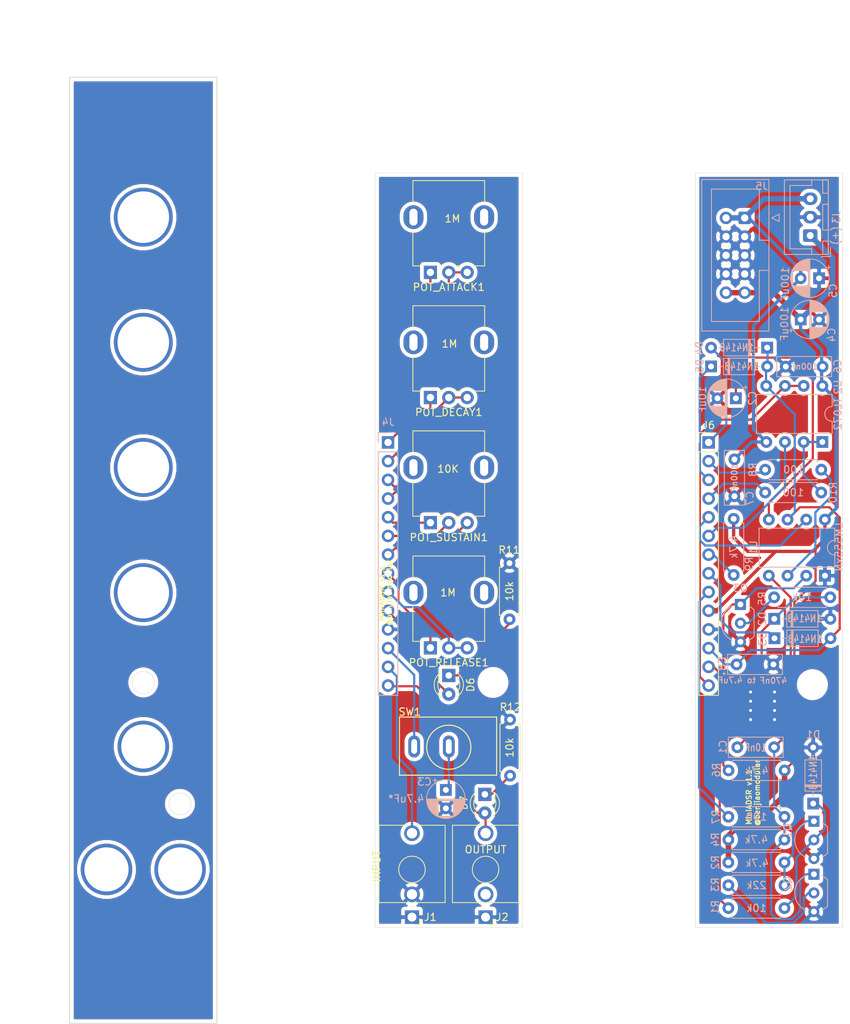
<source format=kicad_pcb>
(kicad_pcb (version 20171130) (host pcbnew 5.1.9+dfsg1-1~bpo10+1)
  (layers (0 F.Cu signal) (31 B.Cu signal) (34 B.Paste user hide) (35 F.Paste user hide) (36 B.SilkS user) (37 F.SilkS user) (38 B.Mask user) (39 F.Mask user) (44 Edge.Cuts user))
  (net 0 "")
  (net 1 "Net-(C1-Pad1)")
  (net 2 "Net-(C1-Pad2)")
  (net 3 "Net-(C2-Pad1)")
  (net 4 GND2)
  (net 5 "Net-(C3-Pad1)")
  (net 6 +12V)
  (net 7 -12V)
  (net 8 "Net-(D1-Pad1)")
  (net 9 "Net-(Q1-Pad1)")
  (net 10 "Net-(Q2-Pad2)")
  (net 11 "Net-(Q3-Pad2)")
  (net 12 "Net-(Q3-Pad1)")
  (net 13 "Net-(R8-Pad1)")
  (net 14 "Net-(R10-Pad1)")
  (net 15 "Net-(D6-Pad1)")
  (net 16 "Net-(D7-Pad1)")
  (net 17 B4)
  (net 18 B5)
  (net 19 A_VCC)
  (net 20 A2)
  (net 21 GND1)
  (net 22 A1)
  (net 23 A3)
  (net 24 A4)
  (net 25 A5)
  (net 26 A6)
  (net 27 A7)
  (net 28 A8)
  (net 29 A9)
  (net 30 B1)
  (net 31 B2)
  (net 32 B3)
  (net 33 B6)
  (net 34 B7)
  (net 35 B8)
  (net 36 B9)
  (net 37 A10)
  (net 38 B10)
  (net 39 A11)
  (net 40 B11)
  (net 41 B12)
  (net 42 A12)
  (module Connector_IDC:IDC-Header_2x05_P2.54mm_Vertical (layer B.Cu) (at 141.7 59.1 180)
    (fp_text reference J5 (at -2.3 4.3) (layer B.SilkS) (effects (justify mirror)))
    (fp_text value IDC_BUS)
    (pad 1 thru_hole roundrect (at 0 0 180) (size 1.7 1.7) (drill 1) (layers *.Cu *.Mask) (roundrect_rratio 0.147059) (net 7 -12V))
    (pad 3 thru_hole circle (at 0 -2.54 180) (size 1.7 1.7) (drill 1) (layers *.Cu *.Mask) (net 4 GND2))
    (pad 5 thru_hole circle (at 0 -5.08 180) (size 1.7 1.7) (drill 1) (layers *.Cu *.Mask) (net 4 GND2))
    (pad 7 thru_hole circle (at 0 -7.62 180) (size 1.7 1.7) (drill 1) (layers *.Cu *.Mask) (net 4 GND2))
    (pad 9 thru_hole circle (at 0 -10.16 180) (size 1.7 1.7) (drill 1) (layers *.Cu *.Mask) (net 6 +12V))
    (pad 2 thru_hole circle (at 2.54 0 180) (size 1.7 1.7) (drill 1) (layers *.Cu *.Mask) (net 7 -12V))
    (pad 4 thru_hole circle (at 2.54 -2.54 180) (size 1.7 1.7) (drill 1) (layers *.Cu *.Mask) (net 4 GND2))
    (pad 6 thru_hole circle (at 2.54 -5.08 180) (size 1.7 1.7) (drill 1) (layers *.Cu *.Mask) (net 4 GND2))
    (pad 8 thru_hole circle (at 2.54 -7.62 180) (size 1.7 1.7) (drill 1) (layers *.Cu *.Mask) (net 4 GND2))
    (pad 10 thru_hole circle (at 2.54 -10.16 180) (size 1.7 1.7) (drill 1) (layers *.Cu *.Mask) (net 6 +12V))
  )
  (module Package_DIP:DIP-8_W7.62mm (layer B.Cu) (at 152.6 107.7 90)
    (fp_text reference U1 (at 3.8 -9.7 270) (layer B.SilkS) (effects (justify mirror)))
    (fp_text value LM555xN (at 3.9 1.9 90) (layer B.SilkS) (effects (justify mirror)))
    (pad 1 thru_hole rect (at 0 0 90) (size 1.6 1.6) (drill 0.8) (layers *.Cu *.Mask) (net 4 GND2))
    (pad 5 thru_hole oval (at 7.62 -7.62 90) (size 1.6 1.6) (drill 0.8) (layers *.Cu *.Mask) (net 3 "Net-(C2-Pad1)"))
    (pad 2 thru_hole oval (at 0 -2.54 90) (size 1.6 1.6) (drill 0.8) (layers *.Cu *.Mask) (net 12 "Net-(Q3-Pad1)"))
    (pad 6 thru_hole oval (at 7.62 -5.08 90) (size 1.6 1.6) (drill 0.8) (layers *.Cu *.Mask) (net 41 B12))
    (pad 3 thru_hole oval (at 0 -5.08 90) (size 1.6 1.6) (drill 0.8) (layers *.Cu *.Mask) (net 13 "Net-(R8-Pad1)"))
    (pad 7 thru_hole oval (at 7.62 -2.54 90) (size 1.6 1.6) (drill 0.8) (layers *.Cu *.Mask) (net 34 B7))
    (pad 4 thru_hole oval (at 0 -7.62 90) (size 1.6 1.6) (drill 0.8) (layers *.Cu *.Mask) (net 2 "Net-(C1-Pad2)"))
    (pad 8 thru_hole oval (at 7.62 0 90) (size 1.6 1.6) (drill 0.8) (layers *.Cu *.Mask) (net 6 +12V))
  )
  (module Resistor_THT:R_Axial_DIN0207_L6.3mm_D2.5mm_P7.62mm_Horizontal (layer B.Cu) (at 152.1 96.4 180)
    (fp_text reference R10 (at -1.6 0 270) (layer B.SilkS) (effects (justify mirror)))
    (fp_text value 100 (at 3.8 0) (layer B.SilkS) (effects (justify mirror)))
    (pad 2 thru_hole oval (at 7.62 0 180) (size 1.6 1.6) (drill 0.8) (layers *.Cu *.Mask) (net 33 B6))
    (pad 1 thru_hole circle (at 0 0 180) (size 1.6 1.6) (drill 0.8) (layers *.Cu *.Mask) (net 14 "Net-(R10-Pad1)"))
  )
  (module Diode_THT:D_DO-35_SOD27_P7.62mm_Horizontal (layer B.Cu) (at 137.13 79.28)
    (fp_text reference D5 (at -1.55 -0.05 270) (layer B.SilkS) (effects (justify mirror)))
    (fp_text value 1N4148 (at 4.15 0) (layer B.SilkS) (effects (font (size 1 0.8)) (justify mirror)))
    (pad 1 thru_hole rect (at 0 0) (size 1.6 1.6) (drill 0.8) (layers *.Cu *.Mask) (net 18 B5))
    (pad 2 thru_hole oval (at 7.62 0) (size 1.6 1.6) (drill 0.8) (layers *.Cu *.Mask) (net 41 B12))
  )
  (module Diode_THT:D_DO-35_SOD27_P7.62mm_Horizontal (layer B.Cu) (at 144.75 76.72 180)
    (fp_text reference D4 (at 9.225 -0.1 270) (layer B.SilkS) (effects (justify mirror)))
    (fp_text value 1N4148 (at 4.135 0.01) (layer B.SilkS) (effects (font (size 1 0.8)) (justify mirror)))
    (pad 1 thru_hole rect (at 0 0 180) (size 1.6 1.6) (drill 0.8) (layers *.Cu *.Mask) (net 41 B12))
    (pad 2 thru_hole oval (at 7.62 0 180) (size 1.6 1.6) (drill 0.8) (layers *.Cu *.Mask) (net 32 B3))
  )
  (module Package_TO_SOT_THT:TO-92_Inline_Wide (layer B.Cu) (at 141.12 111.6 270)
    (fp_text reference Q3 (at -2.2 0 180) (layer B.SilkS) (effects (justify mirror)))
    (fp_text value BC547)
    (pad 1 thru_hole rect (at 0 0 270) (size 1.5 1.5) (drill 0.8) (layers *.Cu *.Mask) (net 12 "Net-(Q3-Pad1)"))
    (pad 3 thru_hole circle (at 5.08 0 270) (size 1.5 1.5) (drill 0.8) (layers *.Cu *.Mask) (net 4 GND2))
    (pad 2 thru_hole circle (at 2.54 0 270) (size 1.5 1.5) (drill 0.8) (layers *.Cu *.Mask) (net 11 "Net-(Q3-Pad2)"))
  )
  (module Resistor_THT:R_Axial_DIN0207_L6.3mm_D2.5mm_P7.62mm_Horizontal (layer B.Cu) (at 153.315 110.635 180)
    (fp_text reference R5 (at 9.225 -0.175 270) (layer B.SilkS) (effects (justify mirror)))
    (fp_text value 10k (at 3.81 0) (layer B.SilkS) (effects (justify mirror)))
    (pad 1 thru_hole circle (at 0 0 180) (size 1.6 1.6) (drill 0.8) (layers *.Cu *.Mask) (net 1 "Net-(C1-Pad1)"))
    (pad 2 thru_hole oval (at 7.62 0 180) (size 1.6 1.6) (drill 0.8) (layers *.Cu *.Mask) (net 11 "Net-(Q3-Pad2)"))
  )
  (module Diode_THT:D_DO-35_SOD27_P7.62mm_Horizontal (layer B.Cu) (at 145.715 113.56)
    (fp_text reference D2 (at -1.625 0 90) (layer B.SilkS) (effects (justify mirror)))
    (fp_text value 1N4148 (at 4.125 -0.05 180) (layer B.SilkS) (effects (font (size 1 0.8)) (justify mirror)))
    (pad 1 thru_hole rect (at 0 0) (size 1.6 1.6) (drill 0.8) (layers *.Cu *.Mask) (net 1 "Net-(C1-Pad1)"))
    (pad 2 thru_hole oval (at 7.62 0) (size 1.6 1.6) (drill 0.8) (layers *.Cu *.Mask) (net 4 GND2))
  )
  (module Diode_THT:D_DO-35_SOD27_P7.62mm_Horizontal (layer B.Cu) (at 145.74 116.2)
    (fp_text reference D3 (at -1.6 0.1 90) (layer B.SilkS) (effects (justify mirror)))
    (fp_text value 1N4148 (at 4.15 0.1) (layer B.SilkS) (effects (font (size 1 0.8)) (justify mirror)))
    (pad 2 thru_hole oval (at 7.62 0) (size 1.6 1.6) (drill 0.8) (layers *.Cu *.Mask) (net 41 B12))
    (pad 1 thru_hole rect (at 0 0) (size 1.6 1.6) (drill 0.8) (layers *.Cu *.Mask) (net 38 B10))
  )
  (module benjiaomodular:Capacitor_Rect_L7.2mm_W2.5mm_P5.00mm (layer B.Cu) (at 145.6 119.75 180)
    (fp_text reference C8 (at 6.95 0.1 270) (layer B.SilkS) (effects (justify mirror)))
    (fp_text value 470nF (at 0 -2.2 180) (layer B.SilkS) (effects (font (size 0.8 0.8)) (justify mirror)))
    (pad 2 thru_hole circle (at 5 0 180) (size 1.6 1.6) (drill 0.8) (layers *.Cu *.Mask) (net 41 B12))
    (pad 1 thru_hole circle (at 0 0 180) (size 1.6 1.6) (drill 0.8) (layers *.Cu *.Mask) (net 4 GND2))
  )
  (module Package_TO_SOT_THT:TO-92_Inline_Wide (layer B.Cu) (at 151.1 141.05 270)
    (fp_text reference Q1 (at 1.27 3.56 90) (layer B.SilkS) (effects (justify mirror)))
    (fp_text value BC547)
    (pad 1 thru_hole rect (at 0 0 270) (size 1.5 1.5) (drill 0.8) (layers *.Cu *.Mask) (net 9 "Net-(Q1-Pad1)"))
    (pad 3 thru_hole circle (at 5.08 0 270) (size 1.5 1.5) (drill 0.8) (layers *.Cu *.Mask) (net 4 GND2))
    (pad 2 thru_hole circle (at 2.54 0 270) (size 1.5 1.5) (drill 0.8) (layers *.Cu *.Mask) (net 8 "Net-(D1-Pad1)"))
  )
  (module Package_TO_SOT_THT:TO-92_Inline_Wide (layer B.Cu) (at 151.1 148.25 270)
    (fp_text reference Q2 (at 1.27 3.56 90) (layer B.SilkS) (effects (justify mirror)))
    (fp_text value BC547)
    (pad 1 thru_hole rect (at 0 0 270) (size 1.5 1.5) (drill 0.8) (layers *.Cu *.Mask) (net 2 "Net-(C1-Pad2)"))
    (pad 3 thru_hole circle (at 5.08 0 270) (size 1.5 1.5) (drill 0.8) (layers *.Cu *.Mask) (net 4 GND2))
    (pad 2 thru_hole circle (at 2.54 0 270) (size 1.5 1.5) (drill 0.8) (layers *.Cu *.Mask) (net 10 "Net-(Q2-Pad2)"))
  )
  (module Capacitor_THT:C_Rect_L7.2mm_W2.5mm_P5.00mm_FKS2_FKP2_MKS2_MKP2 (layer B.Cu) (at 140.7 131)
    (fp_text reference C1 (at -1.95 0 90) (layer B.SilkS) (effects (justify mirror)))
    (fp_text value 10nF (at 2.5 0.05 180) (layer B.SilkS) (effects (font (size 1 0.8)) (justify mirror)))
    (pad 1 thru_hole circle (at 0 0) (size 1.6 1.6) (drill 0.8) (layers *.Cu *.Mask) (net 1 "Net-(C1-Pad1)"))
    (pad 2 thru_hole circle (at 5 0) (size 1.6 1.6) (drill 0.8) (layers *.Cu *.Mask) (net 2 "Net-(C1-Pad2)"))
  )
  (module Capacitor_THT:C_Rect_L7.2mm_W2.5mm_P5.00mm_FKS2_FKP2_MKS2_MKP2 (layer B.Cu) (at 140.3 96.9 90)
    (fp_text reference C7 (at -0.3 2.1 90) (layer B.SilkS) (effects (justify mirror)))
    (fp_text value 100nF (at 2.5 0 90) (layer B.SilkS) (effects (font (size 0.8 0.8)) (justify mirror)))
    (pad 1 thru_hole circle (at 0 0 90) (size 1.6 1.6) (drill 0.8) (layers *.Cu *.Mask) (net 4 GND2))
    (pad 2 thru_hole circle (at 5 0 90) (size 1.6 1.6) (drill 0.8) (layers *.Cu *.Mask) (net 7 -12V))
  )
  (module Package_DIP:DIP-8_W7.62mm (layer B.Cu) (at 152.25 89.54 90)
    (fp_text reference U2 (at 7.45 2.125 90) (layer B.SilkS) (effects (justify mirror)))
    (fp_text value TL072 (at 3.8 2.1 90) (layer B.SilkS) (effects (justify mirror)))
    (pad 8 thru_hole oval (at 7.62 0 90) (size 1.6 1.6) (drill 0.8) (layers *.Cu *.Mask) (net 6 +12V))
    (pad 4 thru_hole oval (at 0 -7.62 90) (size 1.6 1.6) (drill 0.8) (layers *.Cu *.Mask) (net 7 -12V))
    (pad 7 thru_hole oval (at 7.62 -2.54 90) (size 1.6 1.6) (drill 0.8) (layers *.Cu *.Mask) (net 31 B2))
    (pad 3 thru_hole oval (at 0 -5.08 90) (size 1.6 1.6) (drill 0.8) (layers *.Cu *.Mask) (net 35 B8))
    (pad 6 thru_hole oval (at 7.62 -5.08 90) (size 1.6 1.6) (drill 0.8) (layers *.Cu *.Mask) (net 31 B2))
    (pad 2 thru_hole oval (at 0 -2.54 90) (size 1.6 1.6) (drill 0.8) (layers *.Cu *.Mask) (net 14 "Net-(R10-Pad1)"))
    (pad 5 thru_hole oval (at 7.62 -7.62 90) (size 1.6 1.6) (drill 0.8) (layers *.Cu *.Mask) (net 41 B12))
    (pad 1 thru_hole rect (at 0 0 90) (size 1.6 1.6) (drill 0.8) (layers *.Cu *.Mask) (net 14 "Net-(R10-Pad1)"))
  )
  (module benjiaomodular:PanelHole_ToggleSwitch_MTS-101 (layer F.Cu) (at 60 130.9)
    (fp_text reference REF** hide)
    (fp_text value PanelHole_ToggleSwitch_MTS-101)
    (pad 1 thru_hole circle (at 0 0 270) (size 7 7) (drill 6) (layers *.Cu *.Mask))
  )
  (module benjiaomodular:ToggleSwitch_MTS-101_SPST (layer F.Cu) (at 101.5 131 90)
    (fp_text reference SW1 (at 4.8 -5.3 180) (layer F.SilkS))
    (fp_text value SW_DIP_x01)
    (pad 2 thru_hole oval (at 0.1 0 90) (size 3 1.6) (drill oval 2 0.8) (layers *.Cu *.Mask) (net 5 "Net-(C3-Pad1)"))
    (pad 1 thru_hole oval (at 0.1 -4.7 90) (size 3 1.6) (drill oval 2 0.8) (layers *.Cu *.Mask) (net 42 A12))
  )
  (module benjiaomodular:Potentiometer_RV09 (layer F.Cu) (at 99 117.5 90)
    (fp_text reference POT_RELEASE1 (at -2 2.5 180) (layer F.SilkS))
    (fp_text value 1M)
    (fp_text user 1M (at 7.5 2.4) (layer F.SilkS))
    (pad 1 thru_hole rect (at 0 0 180) (size 1.8 1.8) (drill 1) (layers *.Cu *.Mask) (net 37 A10))
    (pad 3 thru_hole circle (at 0 5 180) (size 1.8 1.8) (drill 1) (layers *.Cu *.Mask) (net 39 A11))
    (pad 2 thru_hole circle (at 0 2.5 180) (size 1.8 1.8) (drill 1) (layers *.Cu *.Mask) (net 39 A11))
    (pad "" thru_hole oval (at 7.5 7.3 180) (size 2.72 3.24) (drill oval 1.1 2.3) (layers *.Cu *.Mask))
    (pad "" thru_hole oval (at 7.5 -2.3 180) (size 2.72 3.24) (drill oval 1.1 2.3) (layers *.Cu *.Mask))
  )
  (module benjiaomodular:PanelHole_AudioJack_3.5mm (layer F.Cu) (at 55 154.1 180)
    (fp_text reference REF** hide)
    (fp_text value PanelHole_AudioJack_3.5mm hide)
    (pad "" thru_hole circle (at 0 6.5) (size 7 7) (drill 6) (layers *.Cu *.Mask))
  )
  (module Diode_THT:D_DO-35_SOD27_P7.62mm_Horizontal (layer B.Cu) (at 151 138.65 90)
    (fp_text reference D1 (at 9.35 0 180) (layer B.SilkS) (effects (justify mirror)))
    (fp_text value 1N4148 (at 4.2 0 270) (layer B.SilkS) (effects (font (size 1 0.8)) (justify mirror)))
    (pad 2 thru_hole oval (at 7.62 0 90) (size 1.6 1.6) (drill 0.8) (layers *.Cu *.Mask) (net 4 GND2))
    (pad 1 thru_hole rect (at 0 0 90) (size 1.6 1.6) (drill 0.8) (layers *.Cu *.Mask) (net 8 "Net-(D1-Pad1)"))
  )
  (module Capacitor_THT:CP_Radial_D5.0mm_P2.50mm (layer B.Cu) (at 140.5 83.6 180)
    (fp_text reference C2 (at -2.25 0 270) (layer B.SilkS) (effects (justify mirror)))
    (fp_text value 10uF (at 4.55 -0.2 270) (layer B.SilkS) (effects (justify mirror)))
    (pad 2 thru_hole circle (at 2.5 0 180) (size 1.6 1.6) (drill 0.8) (layers *.Cu *.Mask) (net 4 GND2))
    (pad 1 thru_hole rect (at 0 0 180) (size 1.6 1.6) (drill 0.8) (layers *.Cu *.Mask) (net 3 "Net-(C2-Pad1)"))
  )
  (module Connector_PinHeader_2.54mm:PinHeader_1x14_P2.54mm_Vertical (layer F.Cu) (at 136.8 89.6)
    (fp_text reference J6 (at 0 -2.33) (layer F.SilkS))
    (fp_text value MainBoard_Pins)
    (pad 1 thru_hole rect (at 0 0) (size 1.7 1.7) (drill 1) (layers *.Cu *.Mask) (net 32 B3))
    (pad 2 thru_hole oval (at 0 2.54) (size 1.7 1.7) (drill 1) (layers *.Cu *.Mask) (net 17 B4))
    (pad 3 thru_hole oval (at 0 5.08) (size 1.7 1.7) (drill 1) (layers *.Cu *.Mask) (net 18 B5))
    (pad 4 thru_hole oval (at 0 7.62) (size 1.7 1.7) (drill 1) (layers *.Cu *.Mask) (net 33 B6))
    (pad 5 thru_hole oval (at 0 10.16) (size 1.7 1.7) (drill 1) (layers *.Cu *.Mask) (net 34 B7))
    (pad 6 thru_hole oval (at 0 12.7) (size 1.7 1.7) (drill 1) (layers *.Cu *.Mask) (net 35 B8))
    (pad 7 thru_hole oval (at 0 15.24) (size 1.7 1.7) (drill 1) (layers *.Cu *.Mask) (net 36 B9))
    (pad 8 thru_hole oval (at 0 17.78) (size 1.7 1.7) (drill 1) (layers *.Cu *.Mask) (net 38 B10))
    (pad 9 thru_hole oval (at 0 20.32) (size 1.7 1.7) (drill 1) (layers *.Cu *.Mask) (net 40 B11))
    (pad 10 thru_hole oval (at 0 22.86) (size 1.7 1.7) (drill 1) (layers *.Cu *.Mask) (net 6 +12V))
    (pad 11 thru_hole oval (at 0 25.4) (size 1.7 1.7) (drill 1) (layers *.Cu *.Mask) (net 4 GND2))
    (pad 12 thru_hole oval (at 0 27.94) (size 1.7 1.7) (drill 1) (layers *.Cu *.Mask) (net 41 B12))
    (pad 13 thru_hole oval (at 0 30.48) (size 1.7 1.7) (drill 1) (layers *.Cu *.Mask) (net 30 B1))
    (pad 14 thru_hole oval (at 0 33.02) (size 1.7 1.7) (drill 1) (layers *.Cu *.Mask) (net 31 B2))
  )
  (module Resistor_THT:R_Axial_DIN0207_L6.3mm_D2.5mm_P7.62mm_Horizontal (layer B.Cu) (at 147.1 149.75 180)
    (fp_text reference R3 (at 9.4 0.1 270) (layer B.SilkS) (effects (justify mirror)))
    (fp_text value 22k (at 3.8 0) (layer B.SilkS) (effects (justify mirror)))
    (pad 1 thru_hole circle (at 0 0 180) (size 1.6 1.6) (drill 0.8) (layers *.Cu *.Mask) (net 9 "Net-(Q1-Pad1)"))
    (pad 2 thru_hole oval (at 7.62 0 180) (size 1.6 1.6) (drill 0.8) (layers *.Cu *.Mask) (net 10 "Net-(Q2-Pad2)"))
  )
  (module Resistor_THT:R_Axial_DIN0207_L6.3mm_D2.5mm_P7.62mm_Horizontal (layer B.Cu) (at 147.1 152.85 180)
    (fp_text reference R1 (at 9.4 0.1 270) (layer B.SilkS) (effects (justify mirror)))
    (fp_text value 10k (at 3.8 0) (layer B.SilkS) (effects (justify mirror)))
    (pad 1 thru_hole circle (at 0 0 180) (size 1.6 1.6) (drill 0.8) (layers *.Cu *.Mask) (net 8 "Net-(D1-Pad1)"))
    (pad 2 thru_hole oval (at 7.62 0 180) (size 1.6 1.6) (drill 0.8) (layers *.Cu *.Mask) (net 30 B1))
  )
  (module Resistor_THT:R_Axial_DIN0207_L6.3mm_D2.5mm_P7.62mm_Horizontal (layer B.Cu) (at 140.2 107.6 90)
    (fp_text reference R9 (at 1.5 2.1 270) (layer B.SilkS) (effects (justify mirror)))
    (fp_text value 4.7k (at 3.81 0 90) (layer B.SilkS) (effects (justify mirror)))
    (pad 2 thru_hole oval (at 7.62 0 90) (size 1.6 1.6) (drill 0.8) (layers *.Cu *.Mask) (net 6 +12V))
    (pad 1 thru_hole circle (at 0 0 90) (size 1.6 1.6) (drill 0.8) (layers *.Cu *.Mask) (net 36 B9))
  )
  (module MountingHole:MountingHole_3.2mm_M3 (layer B.Cu) (at 150.9 122.5)
    (fp_text reference REF** hide)
    (fp_text value MountingHole_3.2mm_M3)
    (pad 1 np_thru_hole circle (at 0 0) (size 3.2 3.2) (drill 3.2) (layers *.Cu *.Mask))
  )
  (module MountingHole:MountingHole_3.2mm_M3 (layer F.Cu) (at 107.5 122.2)
    (fp_text reference REF** hide)
    (fp_text value MountingHole_3.2mm_M3)
    (pad 1 np_thru_hole circle (at 0 0) (size 3.2 3.2) (drill 3.2) (layers *.Cu *.Mask))
  )
  (module benjiaomodular:AudioJack_3.5mm (layer F.Cu) (at 96.5 154.08 180)
    (fp_text reference J1 (at -2.5 0) (layer F.SilkS))
    (fp_text value INPUT (at 4.8 6.9 90) (layer F.SilkS))
    (pad S thru_hole rect (at 0 0) (size 1.93 1.83) (drill 1.22) (layers *.Cu *.Mask) (net 21 GND1))
    (pad TN thru_hole circle (at 0 3.1) (size 2.13 2.13) (drill 1.42) (layers *.Cu *.Mask) (net 21 GND1))
    (pad T thru_hole circle (at 0 11.4) (size 2.13 2.13) (drill 1.43) (layers *.Cu *.Mask) (net 22 A1))
  )
  (module Resistor_THT:R_Axial_DIN0207_L6.3mm_D2.5mm_P7.62mm_Horizontal (layer F.Cu) (at 109.825 127.25 270)
    (fp_text reference R12 (at -1.7 -0.05) (layer F.SilkS))
    (fp_text value 10k (at 3.8 0.05 90) (layer F.SilkS))
    (pad 1 thru_hole circle (at 0 0 270) (size 1.6 1.6) (drill 0.8) (layers *.Cu *.Mask) (net 21 GND1))
    (pad 2 thru_hole oval (at 7.62 0 270) (size 1.6 1.6) (drill 0.8) (layers *.Cu *.Mask) (net 16 "Net-(D7-Pad1)"))
  )
  (module Resistor_THT:R_Axial_DIN0207_L6.3mm_D2.5mm_P7.62mm_Horizontal (layer F.Cu) (at 109.75 106 270)
    (fp_text reference R11 (at -1.8 0.05 180) (layer F.SilkS))
    (fp_text value 10k (at 3.81 0 90) (layer F.SilkS))
    (pad 2 thru_hole oval (at 7.62 0 270) (size 1.6 1.6) (drill 0.8) (layers *.Cu *.Mask) (net 15 "Net-(D6-Pad1)"))
    (pad 1 thru_hole circle (at 0 0 270) (size 1.6 1.6) (drill 0.8) (layers *.Cu *.Mask) (net 21 GND1))
  )
  (module Resistor_THT:R_Axial_DIN0207_L6.3mm_D2.5mm_P7.62mm_Horizontal (layer B.Cu) (at 152.1 93.3 180)
    (fp_text reference R8 (at 9.3 0 270) (layer B.SilkS) (effects (justify mirror)))
    (fp_text value 100 (at 3.75 0) (layer B.SilkS) (effects (justify mirror)))
    (pad 1 thru_hole circle (at 0 0 180) (size 1.6 1.6) (drill 0.8) (layers *.Cu *.Mask) (net 13 "Net-(R8-Pad1)"))
    (pad 2 thru_hole oval (at 7.62 0 180) (size 1.6 1.6) (drill 0.8) (layers *.Cu *.Mask) (net 17 B4))
  )
  (module Resistor_THT:R_Axial_DIN0207_L6.3mm_D2.5mm_P7.62mm_Horizontal (layer B.Cu) (at 147.1 140.45 180)
    (fp_text reference R7 (at 9.3 0 270) (layer B.SilkS) (effects (justify mirror)))
    (fp_text value 100 (at 3.81 0) (layer B.SilkS) (effects (justify mirror)))
    (pad 1 thru_hole circle (at 0 0 180) (size 1.6 1.6) (drill 0.8) (layers *.Cu *.Mask) (net 2 "Net-(C1-Pad2)"))
    (pad 2 thru_hole oval (at 7.62 0 180) (size 1.6 1.6) (drill 0.8) (layers *.Cu *.Mask) (net 40 B11))
  )
  (module Resistor_THT:R_Axial_DIN0207_L6.3mm_D2.5mm_P7.62mm_Horizontal (layer B.Cu) (at 139.5 134.15)
    (fp_text reference R6 (at -1.65 -0.05 270) (layer B.SilkS) (effects (justify mirror)))
    (fp_text value 4.7k (at 3.85 0.05) (layer B.SilkS) (effects (justify mirror)))
    (pad 2 thru_hole oval (at 7.62 0) (size 1.6 1.6) (drill 0.8) (layers *.Cu *.Mask) (net 6 +12V))
    (pad 1 thru_hole circle (at 0 0) (size 1.6 1.6) (drill 0.8) (layers *.Cu *.Mask) (net 12 "Net-(Q3-Pad1)"))
  )
  (module Resistor_THT:R_Axial_DIN0207_L6.3mm_D2.5mm_P7.62mm_Horizontal (layer B.Cu) (at 147.1 143.55 180)
    (fp_text reference R4 (at 9.4 0 270) (layer B.SilkS) (effects (justify mirror)))
    (fp_text value 4.7k (at 3.81 0) (layer B.SilkS) (effects (justify mirror)))
    (pad 2 thru_hole oval (at 7.62 0 180) (size 1.6 1.6) (drill 0.8) (layers *.Cu *.Mask) (net 6 +12V))
    (pad 1 thru_hole circle (at 0 0 180) (size 1.6 1.6) (drill 0.8) (layers *.Cu *.Mask) (net 2 "Net-(C1-Pad2)"))
  )
  (module Resistor_THT:R_Axial_DIN0207_L6.3mm_D2.5mm_P7.62mm_Horizontal (layer B.Cu) (at 147.1 146.65 180)
    (fp_text reference R2 (at 9.4 0 270) (layer B.SilkS) (effects (justify mirror)))
    (fp_text value 4.7k (at 3.7 -0.1) (layer B.SilkS) (effects (justify mirror)))
    (pad 2 thru_hole oval (at 7.62 0 180) (size 1.6 1.6) (drill 0.8) (layers *.Cu *.Mask) (net 6 +12V))
    (pad 1 thru_hole circle (at 0 0 180) (size 1.6 1.6) (drill 0.8) (layers *.Cu *.Mask) (net 9 "Net-(Q1-Pad1)"))
  )
  (module benjiaomodular:PanelHole_Potentiometer_RV09 (layer F.Cu) (at 57.5 117.5 90)
    (fp_text reference REF** hide)
    (fp_text value PanelHole_Potentiometer_RV09 hide)
    (pad "" thru_hole circle (at 7.5 2.5 180) (size 8 8) (drill 7) (layers *.Cu *.Mask))
  )
  (module benjiaomodular:PanelHole_Potentiometer_RV09 (layer F.Cu) (at 57.5 100.5 90)
    (fp_text reference REF** hide)
    (fp_text value PanelHole_Potentiometer_RV09 hide)
    (pad "" thru_hole circle (at 7.5 2.5 180) (size 8 8) (drill 7) (layers *.Cu *.Mask))
  )
  (module benjiaomodular:PanelHole_Potentiometer_RV09 (layer F.Cu) (at 57.5 83.5 90)
    (fp_text reference REF** hide)
    (fp_text value PanelHole_Potentiometer_RV09 hide)
    (pad "" thru_hole circle (at 7.5 2.5 180) (size 8 8) (drill 7) (layers *.Cu *.Mask))
  )
  (module benjiaomodular:PanelHole_Potentiometer_RV09 (layer F.Cu) (at 57.5 66.5 90)
    (fp_text reference REF** hide)
    (fp_text value PanelHole_Potentiometer_RV09 hide)
    (pad "" thru_hole circle (at 7.5 2.5 180) (size 8 8) (drill 7) (layers *.Cu *.Mask))
  )
  (module benjiaomodular:PanelHole_AudioJack_3.5mm (layer F.Cu) (at 65 154.1 180)
    (fp_text reference REF** hide)
    (fp_text value PanelHole_AudioJack_3.5mm hide)
    (pad "" thru_hole circle (at 0 6.5) (size 7 7) (drill 6) (layers *.Cu *.Mask))
  )
  (module Capacitor_THT:CP_Radial_D5.0mm_P2.50mm (layer B.Cu) (at 101.1 136.8 270)
    (fp_text reference C3 (at -1.1 2.9 180) (layer B.SilkS) (effects (justify mirror)))
    (fp_text value 4.7uF* (at 1.2 5.4 180) (layer B.SilkS) (effects (justify mirror)))
    (pad 1 thru_hole rect (at 0 0 270) (size 1.6 1.6) (drill 0.8) (layers *.Cu *.Mask) (net 5 "Net-(C3-Pad1)"))
    (pad 2 thru_hole circle (at 2.5 0 270) (size 1.6 1.6) (drill 0.8) (layers *.Cu *.Mask) (net 21 GND1))
  )
  (module Capacitor_THT:CP_Radial_D5.0mm_P2.50mm (layer B.Cu) (at 149.3 72.9)
    (fp_text reference C4 (at 4.2 2.1 270) (layer B.SilkS) (effects (justify mirror)))
    (fp_text value 100uF (at -2.2 0.6 90) (layer B.SilkS) (effects (justify mirror)))
    (pad 2 thru_hole circle (at 2.5 0) (size 1.6 1.6) (drill 0.8) (layers *.Cu *.Mask) (net 4 GND2))
    (pad 1 thru_hole rect (at 0 0) (size 1.6 1.6) (drill 0.8) (layers *.Cu *.Mask) (net 6 +12V))
  )
  (module Capacitor_THT:CP_Radial_D5.0mm_P2.50mm (layer B.Cu) (at 151.8 67.3 180)
    (fp_text reference C5 (at -1.9 -1.7 270) (layer B.SilkS) (effects (justify mirror)))
    (fp_text value 100uF (at 4.6 -0.8 90) (layer B.SilkS) (effects (justify mirror)))
    (pad 1 thru_hole rect (at 0 0 180) (size 1.6 1.6) (drill 0.8) (layers *.Cu *.Mask) (net 4 GND2))
    (pad 2 thru_hole circle (at 2.5 0 180) (size 1.6 1.6) (drill 0.8) (layers *.Cu *.Mask) (net 7 -12V))
  )
  (module Capacitor_THT:C_Rect_L7.2mm_W2.5mm_P5.00mm_FKS2_FKP2_MKS2_MKP2 (layer B.Cu) (at 152.275 79.3 180)
    (fp_text reference C6 (at -2.05 0.05 90) (layer B.SilkS) (effects (justify mirror)))
    (fp_text value 100nF (at 2.5 0) (layer B.SilkS) (effects (font (size 0.8 0.8)) (justify mirror)))
    (pad 2 thru_hole circle (at 5 0 180) (size 1.6 1.6) (drill 0.8) (layers *.Cu *.Mask) (net 4 GND2))
    (pad 1 thru_hole circle (at 0 0 180) (size 1.6 1.6) (drill 0.8) (layers *.Cu *.Mask) (net 6 +12V))
  )
  (module benjiaomodular:Potentiometer_RV09 (layer F.Cu) (at 99 66.5 90)
    (fp_text reference POT_ATTACK1 (at -2 2.5 180) (layer F.SilkS))
    (fp_text value 1M)
    (fp_text user 1M (at 7.3 3) (layer F.SilkS))
    (pad "" thru_hole oval (at 7.5 -2.3 180) (size 2.72 3.24) (drill oval 1.1 2.3) (layers *.Cu *.Mask))
    (pad "" thru_hole oval (at 7.5 7.3 180) (size 2.72 3.24) (drill oval 1.1 2.3) (layers *.Cu *.Mask))
    (pad 2 thru_hole circle (at 0 2.5 180) (size 1.8 1.8) (drill 1) (layers *.Cu *.Mask) (net 24 A4))
    (pad 3 thru_hole circle (at 0 5 180) (size 1.8 1.8) (drill 1) (layers *.Cu *.Mask) (net 24 A4))
    (pad 1 thru_hole rect (at 0 0 180) (size 1.8 1.8) (drill 1) (layers *.Cu *.Mask) (net 23 A3))
  )
  (module benjiaomodular:Potentiometer_RV09 (layer F.Cu) (at 99 83.5 90)
    (fp_text reference POT_DECAY1 (at -2 2.5 180) (layer F.SilkS))
    (fp_text value 1M)
    (fp_text user 1M (at 7.3 2.6) (layer F.SilkS))
    (pad "" thru_hole oval (at 7.5 -2.3 180) (size 2.72 3.24) (drill oval 1.1 2.3) (layers *.Cu *.Mask))
    (pad "" thru_hole oval (at 7.5 7.3 180) (size 2.72 3.24) (drill oval 1.1 2.3) (layers *.Cu *.Mask))
    (pad 2 thru_hole circle (at 0 2.5 180) (size 1.8 1.8) (drill 1) (layers *.Cu *.Mask) (net 26 A6))
    (pad 3 thru_hole circle (at 0 5 180) (size 1.8 1.8) (drill 1) (layers *.Cu *.Mask) (net 26 A6))
    (pad 1 thru_hole rect (at 0 0 180) (size 1.8 1.8) (drill 1) (layers *.Cu *.Mask) (net 25 A5))
  )
  (module benjiaomodular:Potentiometer_RV09 (layer F.Cu) (at 99 100.5 90)
    (fp_text reference POT_SUSTAIN1 (at -2 2.5 180) (layer F.SilkS))
    (fp_text value 10k)
    (fp_text user 10K (at 7.3 2.4) (layer F.SilkS))
    (pad 1 thru_hole rect (at 0 0 180) (size 1.8 1.8) (drill 1) (layers *.Cu *.Mask) (net 27 A7))
    (pad 3 thru_hole circle (at 0 5 180) (size 1.8 1.8) (drill 1) (layers *.Cu *.Mask) (net 29 A9))
    (pad 2 thru_hole circle (at 0 2.5 180) (size 1.8 1.8) (drill 1) (layers *.Cu *.Mask) (net 28 A8))
    (pad "" thru_hole oval (at 7.5 7.3 180) (size 2.72 3.24) (drill oval 1.1 2.3) (layers *.Cu *.Mask))
    (pad "" thru_hole oval (at 7.5 -2.3 180) (size 2.72 3.24) (drill oval 1.1 2.3) (layers *.Cu *.Mask))
  )
  (module LED_THT:LED_D3.0mm (layer F.Cu) (at 101.5 121.25 270)
    (fp_text reference D6 (at 1.27 -2.96 90) (layer F.SilkS))
    (fp_text value PWR_LED)
    (pad 2 thru_hole circle (at 2.54 0 270) (size 1.8 1.8) (drill 0.9) (layers *.Cu *.Mask) (net 19 A_VCC))
    (pad 1 thru_hole rect (at 0 0 270) (size 1.8 1.8) (drill 0.9) (layers *.Cu *.Mask) (net 15 "Net-(D6-Pad1)"))
  )
  (module LED_THT:LED_D3.0mm (layer F.Cu) (at 106.4 137.4 270)
    (fp_text reference D7 (at 1.15 2.85 90) (layer F.SilkS))
    (fp_text value OUTPUT_LED)
    (pad 1 thru_hole rect (at 0 0 270) (size 1.8 1.8) (drill 0.9) (layers *.Cu *.Mask) (net 16 "Net-(D7-Pad1)"))
    (pad 2 thru_hole circle (at 2.54 0 270) (size 1.8 1.8) (drill 0.9) (layers *.Cu *.Mask) (net 20 A2))
  )
  (module benjiaomodular:AudioJack_3.5mm (layer F.Cu) (at 106.5 154.08 180)
    (fp_text reference J2 (at -2.25 0) (layer F.SilkS))
    (fp_text value OUTPUT (at 0 9.18 180) (layer F.SilkS))
    (pad S thru_hole rect (at 0 0) (size 1.93 1.83) (drill 1.22) (layers *.Cu *.Mask) (net 21 GND1))
    (pad TN thru_hole circle (at 0 3.1) (size 2.13 2.13) (drill 1.42) (layers *.Cu *.Mask))
    (pad T thru_hole circle (at 0 11.4) (size 2.13 2.13) (drill 1.43) (layers *.Cu *.Mask) (net 20 A2))
  )
  (module Connector_PinSocket_2.54mm:PinSocket_1x14_P2.54mm_Vertical (layer B.Cu) (at 93.25 89.6 180)
    (fp_text reference J4 (at 0 2.77) (layer B.SilkS) (effects (justify mirror)))
    (fp_text value ControlBoard_Pins)
    (pad 1 thru_hole rect (at 0 0 180) (size 1.7 1.7) (drill 1) (layers *.Cu *.Mask) (net 23 A3))
    (pad 2 thru_hole oval (at 0 -2.54 180) (size 1.7 1.7) (drill 1) (layers *.Cu *.Mask) (net 24 A4))
    (pad 3 thru_hole oval (at 0 -5.08 180) (size 1.7 1.7) (drill 1) (layers *.Cu *.Mask) (net 25 A5))
    (pad 4 thru_hole oval (at 0 -7.62 180) (size 1.7 1.7) (drill 1) (layers *.Cu *.Mask) (net 26 A6))
    (pad 5 thru_hole oval (at 0 -10.16 180) (size 1.7 1.7) (drill 1) (layers *.Cu *.Mask) (net 27 A7))
    (pad 6 thru_hole oval (at 0 -12.7 180) (size 1.7 1.7) (drill 1) (layers *.Cu *.Mask) (net 28 A8))
    (pad 7 thru_hole oval (at 0 -15.24 180) (size 1.7 1.7) (drill 1) (layers *.Cu *.Mask) (net 29 A9))
    (pad 8 thru_hole oval (at 0 -17.78 180) (size 1.7 1.7) (drill 1) (layers *.Cu *.Mask) (net 37 A10))
    (pad 9 thru_hole oval (at 0 -20.32 180) (size 1.7 1.7) (drill 1) (layers *.Cu *.Mask) (net 39 A11))
    (pad 10 thru_hole oval (at 0 -22.86 180) (size 1.7 1.7) (drill 1) (layers *.Cu *.Mask) (net 19 A_VCC))
    (pad 11 thru_hole oval (at 0 -25.4 180) (size 1.7 1.7) (drill 1) (layers *.Cu *.Mask) (net 21 GND1))
    (pad 12 thru_hole oval (at 0 -27.94 180) (size 1.7 1.7) (drill 1) (layers *.Cu *.Mask) (net 42 A12))
    (pad 13 thru_hole oval (at 0 -30.48 180) (size 1.7 1.7) (drill 1) (layers *.Cu *.Mask) (net 22 A1))
    (pad 14 thru_hole oval (at 0 -33.02 180) (size 1.7 1.7) (drill 1) (layers *.Cu *.Mask) (net 20 A2))
  )
  (module Connector_JST:JST_XH_B3B-XH-A_1x03_P2.50mm_Vertical (layer B.Cu) (at 150.6 61.5 90)
    (fp_text reference J3 (at 2.5 3.55 90) (layer B.SilkS) (effects (justify mirror)))
    (fp_text value JST_BUS)
    (pad 1 thru_hole roundrect (at 0 0 90) (size 1.7 1.95) (drill 0.95) (layers *.Cu *.Mask) (roundrect_rratio 0.147059) (net 6 +12V))
    (pad 2 thru_hole oval (at 2.5 0 90) (size 1.7 1.95) (drill 0.95) (layers *.Cu *.Mask) (net 4 GND2))
    (pad 3 thru_hole oval (at 5 0 90) (size 1.7 1.95) (drill 0.95) (layers *.Cu *.Mask) (net 7 -12V))
  )
  (gr_line (start 139.1 121) (end 138.7 121) (layer B.SilkS) (width 0.12))
  (gr_line (start 138.9 121.1) (end 138.9 121.2) (layer B.SilkS) (width 0.12))
  (gr_line (start 138.9 120.8) (end 138.9 121.1) (layer B.SilkS) (width 0.12))
  (gr_text "to 4.7uF" (at 140.65 121.9) (layer B.SilkS) (effects (font (size 0.8 0.8)) (justify mirror)))
  (gr_text "(+)" (at 154 61.5 90) (layer B.SilkS) (effects (font (size 1 1)) (justify mirror)))
  (gr_text @benjiaomodular (at 143.39 137.18 90) (layer F.SilkS) (effects (font (size 0.7 0.7))))
  (gr_text "MiniADSR v1.1" (at 142.28 137.78 90) (layer F.SilkS) (effects (font (size 0.7 0.7))))
  (gr_text @benjiaomodular (at 93.4 110 90) (layer F.SilkS) (effects (font (size 0.7 0.7))))
  (gr_text "MiniADSR v1.1" (at 92.4 110.1 90) (layer F.SilkS) (effects (font (size 0.7 0.7))))
  (gr_circle (center 60 122.2) (end 61.5 122.2) (layer Edge.Cuts) (width 0.05))
  (gr_circle (center 64.98 138.7) (end 66.48 138.7) (layer Edge.Cuts) (width 0.05))
  (gr_line (start 135 155.5) (end 135 53) (layer Edge.Cuts) (width 0.05))
  (gr_line (start 155 155.5) (end 135 155.5) (layer Edge.Cuts) (width 0.05))
  (gr_line (start 155 53) (end 155 155.5) (layer Edge.Cuts) (width 0.05))
  (gr_line (start 135 53) (end 155 53) (layer Edge.Cuts) (width 0.05))
  (gr_line (start 91.5 155.5) (end 91.5 53) (layer Edge.Cuts) (width 0.05))
  (gr_line (start 111.5 155.5) (end 91.5 155.5) (layer Edge.Cuts) (width 0.05))
  (gr_line (start 111.5 53) (end 111.5 155.5) (layer Edge.Cuts) (width 0.05))
  (gr_line (start 91.5 53) (end 111.5 53) (layer Edge.Cuts) (width 0.05))
  (gr_line (start 70 40) (end 70 168.5) (layer Edge.Cuts) (width 0.1))
  (gr_line (start 50 40) (end 70 40) (layer Edge.Cuts) (width 0.1))
  (gr_line (start 50 168.5) (end 50 40) (layer Edge.Cuts) (width 0.1))
  (gr_line (start 70 168.5) (end 50 168.5) (layer Edge.Cuts) (width 0.1))
  (segment (start 148.64 110.635) (end 145.715 113.56) (width 0.3) (layer B.Cu) (net 1))
  (segment (start 153.315 110.635) (end 148.64 110.635) (width 0.3) (layer B.Cu) (net 1))
  (segment (start 145.715 113.56) (end 144 115.275) (width 0.3) (layer F.Cu) (net 1))
  (segment (start 144 127.7) (end 140.7 131) (width 0.3) (layer F.Cu) (net 1))
  (segment (start 144 115.275) (end 144 127.7) (width 0.3) (layer F.Cu) (net 1))
  (segment (start 145.3 153.625) (end 145.3 145.35) (width 0.3) (layer B.Cu) (net 2))
  (segment (start 148.1 154.35) (end 146.025 154.35) (width 0.3) (layer B.Cu) (net 2))
  (segment (start 149.224989 153.225011) (end 148.1 154.35) (width 0.3) (layer B.Cu) (net 2))
  (segment (start 149.224989 149.075011) (end 149.224989 153.225011) (width 0.3) (layer B.Cu) (net 2))
  (segment (start 150.05 148.25) (end 149.224989 149.075011) (width 0.3) (layer B.Cu) (net 2))
  (segment (start 146.025 154.35) (end 145.3 153.625) (width 0.3) (layer B.Cu) (net 2))
  (segment (start 145.3 145.35) (end 147.1 143.55) (width 0.3) (layer B.Cu) (net 2))
  (segment (start 151.1 148.25) (end 150.05 148.25) (width 0.3) (layer B.Cu) (net 2))
  (segment (start 147.1 143.55) (end 147.1 140.45) (width 0.3) (layer B.Cu) (net 2))
  (segment (start 145.7 139.05) (end 147.1 140.45) (width 0.3) (layer B.Cu) (net 2))
  (segment (start 145.7 131) (end 145.7 139.05) (width 0.3) (layer B.Cu) (net 2))
  (segment (start 147.95 110.67) (end 144.98 107.7) (width 0.3) (layer F.Cu) (net 2))
  (segment (start 147.95 128.75) (end 147.95 110.67) (width 0.3) (layer F.Cu) (net 2))
  (segment (start 145.7 131) (end 147.95 128.75) (width 0.3) (layer F.Cu) (net 2))
  (segment (start 150.95 91.8) (end 144.98 97.77) (width 0.3) (layer F.Cu) (net 3))
  (segment (start 141.164998 78.075) (end 148.027002 78.075) (width 0.3) (layer F.Cu) (net 3))
  (segment (start 140.5 78.739998) (end 141.164998 78.075) (width 0.3) (layer F.Cu) (net 3))
  (segment (start 150.95 80.997998) (end 150.95 91.8) (width 0.3) (layer F.Cu) (net 3))
  (segment (start 140.5 83.6) (end 140.5 78.739998) (width 0.3) (layer F.Cu) (net 3))
  (segment (start 148.027002 78.075) (end 150.95 80.997998) (width 0.3) (layer F.Cu) (net 3))
  (segment (start 144.98 97.77) (end 144.98 100.08) (width 0.3) (layer F.Cu) (net 3))
  (via (at 145.75 123.5) (size 0.8) (drill 0.4) (layers F.Cu B.Cu) (net 4))
  (via (at 145.75 124.75) (size 0.8) (drill 0.4) (layers F.Cu B.Cu) (net 4))
  (via (at 145.75 126) (size 0.8) (drill 0.4) (layers F.Cu B.Cu) (net 4))
  (via (at 145.75 127.25) (size 0.8) (drill 0.4) (layers F.Cu B.Cu) (net 4))
  (via (at 142.5 123.5) (size 0.8) (drill 0.4) (layers F.Cu B.Cu) (net 4))
  (via (at 142.5 124.75) (size 0.8) (drill 0.4) (layers F.Cu B.Cu) (net 4))
  (via (at 142.5 126) (size 0.8) (drill 0.4) (layers F.Cu B.Cu) (net 4))
  (via (at 142.5 127.25) (size 0.8) (drill 0.4) (layers F.Cu B.Cu) (net 4))
  (via (at 146.25 92) (size 0.8) (drill 0.4) (layers F.Cu B.Cu) (net 4))
  (segment (start 101.5 136.4) (end 101.1 136.8) (width 0.3) (layer B.Cu) (net 5))
  (segment (start 101.5 130.9) (end 101.5 136.4) (width 0.3) (layer B.Cu) (net 5))
  (segment (start 153.65 68.55) (end 149.3 72.9) (width 0.75) (layer B.Cu) (net 6))
  (segment (start 150.6 61.5) (end 153.65 64.55) (width 0.75) (layer B.Cu) (net 6))
  (segment (start 153.65 64.55) (end 153.65 68.55) (width 0.75) (layer B.Cu) (net 6))
  (segment (start 147.12 134.15) (end 147.12 137.35) (width 0.75) (layer F.Cu) (net 6))
  (segment (start 139.48 143.55) (end 139.48 146.65) (width 0.75) (layer F.Cu) (net 6))
  (segment (start 152.146 81.816) (end 152.25 81.92) (width 0.75) (layer B.Cu) (net 6))
  (segment (start 139.48 143.02) (end 139.48 143.55) (width 0.75) (layer F.Cu) (net 6))
  (segment (start 142.1 140.4) (end 139.48 143.02) (width 0.75) (layer F.Cu) (net 6))
  (segment (start 147.12 137.35) (end 147.12 137.48) (width 0.75) (layer F.Cu) (net 6))
  (segment (start 144.2 140.4) (end 142.1 140.4) (width 0.75) (layer F.Cu) (net 6))
  (segment (start 147.12 137.48) (end 144.2 140.4) (width 0.75) (layer F.Cu) (net 6))
  (segment (start 154.125008 83.795008) (end 154.125008 98.554992) (width 0.45) (layer B.Cu) (net 6))
  (segment (start 154.125008 98.554992) (end 152.6 100.08) (width 0.45) (layer B.Cu) (net 6))
  (segment (start 152.25 81.92) (end 154.125008 83.795008) (width 0.45) (layer B.Cu) (net 6))
  (segment (start 145.66 69.26) (end 149.3 72.9) (width 0.75) (layer F.Cu) (net 6))
  (segment (start 139.16 69.26) (end 145.66 69.26) (width 0.75) (layer F.Cu) (net 6))
  (segment (start 145.9 104.4) (end 137.84 112.46) (width 0.45) (layer F.Cu) (net 6))
  (segment (start 137.84 112.46) (end 136.8 112.46) (width 0.75) (layer F.Cu) (net 6))
  (segment (start 140.2 102.5) (end 140.2 99.98) (width 0.45) (layer F.Cu) (net 6))
  (segment (start 145.9 104.4) (end 142.1 104.4) (width 0.45) (layer F.Cu) (net 6))
  (segment (start 142.1 104.4) (end 140.2 102.5) (width 0.45) (layer F.Cu) (net 6))
  (segment (start 150.925 104.4) (end 145.9 104.4) (width 0.45) (layer F.Cu) (net 6))
  (segment (start 152.6 100.08) (end 152.6 102.725) (width 0.45) (layer F.Cu) (net 6))
  (segment (start 152.6 102.725) (end 150.925 104.4) (width 0.45) (layer F.Cu) (net 6))
  (segment (start 147.919999 133.350001) (end 147.12 134.15) (width 0.3) (layer F.Cu) (net 6))
  (segment (start 148.450011 132.819989) (end 147.919999 133.350001) (width 0.3) (layer F.Cu) (net 6))
  (segment (start 148.450011 111.299989) (end 148.450011 132.819989) (width 0.3) (layer F.Cu) (net 6))
  (segment (start 152.6 102.725) (end 151.325 104) (width 0.3) (layer F.Cu) (net 6))
  (segment (start 151.325 108.425) (end 148.450011 111.299989) (width 0.3) (layer F.Cu) (net 6))
  (segment (start 151.325 104) (end 151.325 108.425) (width 0.3) (layer F.Cu) (net 6))
  (segment (start 152.146 77.046) (end 152.146 81.816) (width 0.45) (layer B.Cu) (net 6))
  (segment (start 149.3 72.9) (end 149.3 74.2) (width 0.45) (layer B.Cu) (net 6))
  (segment (start 149.3 74.2) (end 152.146 77.046) (width 0.45) (layer B.Cu) (net 6))
  (segment (start 142.66 89.54) (end 140.3 91.9) (width 0.45) (layer B.Cu) (net 7))
  (segment (start 144.63 89.54) (end 142.66 89.54) (width 0.45) (layer B.Cu) (net 7))
  (segment (start 142.9 73.7) (end 149.3 67.3) (width 0.45) (layer B.Cu) (net 7))
  (segment (start 144.63 89.54) (end 142.9 87.81) (width 0.45) (layer B.Cu) (net 7))
  (segment (start 142.9 87.81) (end 142.9 73.7) (width 0.45) (layer B.Cu) (net 7))
  (segment (start 144.3 56.5) (end 141.7 59.1) (width 0.75) (layer B.Cu) (net 7))
  (segment (start 150.6 56.5) (end 144.3 56.5) (width 0.75) (layer B.Cu) (net 7))
  (segment (start 142.23137 59.1) (end 139.16 59.1) (width 0.75) (layer B.Cu) (net 7))
  (segment (start 149.3 66.16863) (end 142.23137 59.1) (width 0.45) (layer B.Cu) (net 7))
  (segment (start 149.3 67.3) (end 149.3 66.16863) (width 0.45) (layer B.Cu) (net 7))
  (segment (start 151.1 143.59) (end 148.724989 145.965011) (width 0.3) (layer B.Cu) (net 8))
  (segment (start 148.724989 145.965011) (end 148.724989 151.225011) (width 0.3) (layer B.Cu) (net 8))
  (segment (start 148.724989 151.225011) (end 147.1 152.85) (width 0.3) (layer B.Cu) (net 8))
  (segment (start 152.6 142.09) (end 151.1 143.59) (width 0.3) (layer B.Cu) (net 8))
  (segment (start 151 138.65) (end 151.53 138.65) (width 0.3) (layer B.Cu) (net 8))
  (segment (start 152.6 139.72) (end 152.6 142.09) (width 0.3) (layer B.Cu) (net 8))
  (segment (start 151.53 138.65) (end 152.6 139.72) (width 0.3) (layer B.Cu) (net 8))
  (segment (start 147.1 146.65) (end 147.1 149.75) (width 0.3) (layer B.Cu) (net 9))
  (segment (start 148.250001 145.499999) (end 147.1 146.65) (width 0.3) (layer B.Cu) (net 9))
  (segment (start 148.250001 142.849999) (end 148.250001 145.499999) (width 0.3) (layer B.Cu) (net 9))
  (segment (start 150.05 141.05) (end 148.250001 142.849999) (width 0.3) (layer B.Cu) (net 9))
  (segment (start 151.1 141.05) (end 150.05 141.05) (width 0.3) (layer B.Cu) (net 9))
  (segment (start 144.580011 154.850011) (end 139.48 149.75) (width 0.3) (layer B.Cu) (net 10))
  (segment (start 148.307111 154.850011) (end 144.580011 154.850011) (width 0.3) (layer B.Cu) (net 10))
  (segment (start 149.724999 153.432123) (end 148.307111 154.850011) (width 0.3) (layer B.Cu) (net 10))
  (segment (start 151.1 150.79) (end 150.36 150.79) (width 0.3) (layer B.Cu) (net 10))
  (segment (start 149.724999 151.425001) (end 149.724999 153.432123) (width 0.3) (layer B.Cu) (net 10))
  (segment (start 150.36 150.79) (end 149.724999 151.425001) (width 0.3) (layer B.Cu) (net 10))
  (segment (start 142.19 114.14) (end 141.12 114.14) (width 0.3) (layer B.Cu) (net 11))
  (segment (start 145.695 110.635) (end 142.19 114.14) (width 0.3) (layer B.Cu) (net 11))
  (segment (start 139.5 134.15) (end 138.8 133.45) (width 0.3) (layer F.Cu) (net 12))
  (segment (start 140.07 111.6) (end 141.12 111.6) (width 0.3) (layer F.Cu) (net 12))
  (segment (start 138.8 112.87) (end 140.07 111.6) (width 0.3) (layer F.Cu) (net 12))
  (segment (start 138.8 133.45) (end 138.8 112.87) (width 0.3) (layer F.Cu) (net 12))
  (segment (start 143.32 109.4) (end 141.12 111.6) (width 0.3) (layer B.Cu) (net 12))
  (segment (start 150.06 107.7) (end 148.36 109.4) (width 0.3) (layer B.Cu) (net 12))
  (segment (start 148.36 109.4) (end 143.32 109.4) (width 0.3) (layer B.Cu) (net 12))
  (segment (start 151.3 103.92) (end 147.52 107.7) (width 0.3) (layer B.Cu) (net 13))
  (segment (start 153.4 97) (end 151.3 99.1) (width 0.3) (layer B.Cu) (net 13))
  (segment (start 151.3 99.1) (end 151.3 103.92) (width 0.3) (layer B.Cu) (net 13))
  (segment (start 152.1 93.3) (end 153.4 94.6) (width 0.3) (layer B.Cu) (net 13))
  (segment (start 153.4 94.6) (end 153.4 97) (width 0.3) (layer B.Cu) (net 13))
  (segment (start 152.25 89.54) (end 149.71 89.54) (width 0.3) (layer B.Cu) (net 14))
  (segment (start 149.71 94.01) (end 152.1 96.4) (width 0.3) (layer B.Cu) (net 14))
  (segment (start 149.71 89.54) (end 149.71 94.01) (width 0.3) (layer B.Cu) (net 14))
  (segment (start 109.75 114.2) (end 109.75 113.62) (width 0.3) (layer F.Cu) (net 15))
  (segment (start 102.7 121.25) (end 109.75 114.2) (width 0.3) (layer F.Cu) (net 15))
  (segment (start 101.5 121.25) (end 102.7 121.25) (width 0.3) (layer F.Cu) (net 15))
  (segment (start 109.375 135.32) (end 109.75 135.32) (width 0.3) (layer F.Cu) (net 16))
  (segment (start 106.4 137.4) (end 107.295 137.4) (width 0.3) (layer F.Cu) (net 16))
  (segment (start 107.295 137.4) (end 109.375 135.32) (width 0.3) (layer F.Cu) (net 16))
  (segment (start 138.36 93.7) (end 136.8 92.14) (width 0.3) (layer B.Cu) (net 17))
  (segment (start 144.48 93.3) (end 144.08 93.7) (width 0.3) (layer B.Cu) (net 17))
  (segment (start 144.08 93.7) (end 138.36 93.7) (width 0.3) (layer B.Cu) (net 17))
  (segment (start 135.599999 93.479999) (end 136.8 94.68) (width 0.3) (layer B.Cu) (net 18))
  (segment (start 135.599999 80.810001) (end 135.599999 93.479999) (width 0.3) (layer B.Cu) (net 18))
  (segment (start 137.13 79.28) (end 135.599999 80.810001) (width 0.3) (layer B.Cu) (net 18))
  (segment (start 95.05 117.34) (end 101.5 123.79) (width 0.3) (layer F.Cu) (net 19))
  (segment (start 93.25 112.56) (end 95.05 114.36) (width 0.3) (layer F.Cu) (net 19))
  (segment (start 95.05 114.36) (end 95.05 117.34) (width 0.3) (layer F.Cu) (net 19))
  (segment (start 97.17 122.72) (end 93.25 122.72) (width 0.3) (layer F.Cu) (net 20))
  (segment (start 104.45 130) (end 97.17 122.72) (width 0.3) (layer F.Cu) (net 20))
  (segment (start 104.45 138.9) (end 104.45 130) (width 0.3) (layer F.Cu) (net 20))
  (segment (start 106.4 139.94) (end 105.49 139.94) (width 0.3) (layer F.Cu) (net 20))
  (segment (start 105.49 139.94) (end 104.45 138.9) (width 0.3) (layer F.Cu) (net 20))
  (segment (start 106.5 140.04) (end 106.5 142.68) (width 0.3) (layer F.Cu) (net 20))
  (segment (start 106.4 139.94) (end 106.5 140.04) (width 0.3) (layer F.Cu) (net 20))
  (segment (start 94.450001 132.250001) (end 96.5 134.3) (width 0.3) (layer B.Cu) (net 22))
  (segment (start 96.5 134.3) (end 96.5 142.68) (width 0.3) (layer B.Cu) (net 22))
  (segment (start 93.25 120.18) (end 94.450001 121.380001) (width 0.3) (layer B.Cu) (net 22))
  (segment (start 94.450001 121.380001) (end 94.450001 132.250001) (width 0.3) (layer B.Cu) (net 22))
  (segment (start 99 78.892878) (end 99 66.5) (width 0.3) (layer F.Cu) (net 23))
  (segment (start 94.8 83.092878) (end 99 78.892878) (width 0.3) (layer F.Cu) (net 23))
  (segment (start 94.8 88.05) (end 94.8 83.092878) (width 0.3) (layer F.Cu) (net 23))
  (segment (start 93.25 89.6) (end 94.8 88.05) (width 0.3) (layer F.Cu) (net 23))
  (segment (start 104 66.5) (end 101.5 66.5) (width 0.3) (layer F.Cu) (net 24))
  (segment (start 95.3 83.3) (end 95.3 90.19) (width 0.3) (layer F.Cu) (net 24))
  (segment (start 95.3 90.19) (end 93.25 92.24) (width 0.3) (layer F.Cu) (net 24))
  (segment (start 101.5 66.5) (end 101.5 77.1) (width 0.3) (layer F.Cu) (net 24))
  (segment (start 101.5 77.1) (end 95.3 83.3) (width 0.3) (layer F.Cu) (net 24))
  (segment (start 99 94.7) (end 99 83.5) (width 0.3) (layer F.Cu) (net 25))
  (segment (start 98.1 95.6) (end 99 94.7) (width 0.3) (layer F.Cu) (net 25))
  (segment (start 94.1 95.6) (end 98.1 95.6) (width 0.3) (layer F.Cu) (net 25))
  (segment (start 93.25 94.78) (end 93.28 94.78) (width 0.3) (layer F.Cu) (net 25))
  (segment (start 93.28 94.78) (end 94.1 95.6) (width 0.3) (layer F.Cu) (net 25))
  (segment (start 104 83.5) (end 101.5 83.5) (width 0.3) (layer F.Cu) (net 26))
  (segment (start 94.47 96.1) (end 93.25 97.32) (width 0.3) (layer F.Cu) (net 26))
  (segment (start 99.5 94.95357) (end 98.35357 96.1) (width 0.3) (layer F.Cu) (net 26))
  (segment (start 98.35357 96.1) (end 94.47 96.1) (width 0.3) (layer F.Cu) (net 26))
  (segment (start 101.5 83.5) (end 99.5 85.5) (width 0.3) (layer F.Cu) (net 26))
  (segment (start 99.5 85.5) (end 99.5 94.95357) (width 0.3) (layer F.Cu) (net 26))
  (segment (start 93.89 100.5) (end 99 100.5) (width 0.3) (layer F.Cu) (net 27))
  (segment (start 93.25 99.86) (end 93.89 100.5) (width 0.3) (layer F.Cu) (net 27))
  (segment (start 93.25 102.4) (end 93.350011 102.299989) (width 0.3) (layer F.Cu) (net 28))
  (segment (start 99.700011 102.299989) (end 101.5 100.5) (width 0.3) (layer F.Cu) (net 28))
  (segment (start 93.350011 102.299989) (end 99.700011 102.299989) (width 0.3) (layer F.Cu) (net 28))
  (segment (start 93.25 104.94) (end 95.39 102.8) (width 0.3) (layer F.Cu) (net 29))
  (segment (start 101.7 102.8) (end 104 100.5) (width 0.3) (layer F.Cu) (net 29))
  (segment (start 95.39 102.8) (end 101.7 102.8) (width 0.3) (layer F.Cu) (net 29))
  (segment (start 138.3 120.9) (end 137.48 120.08) (width 0.3) (layer F.Cu) (net 30))
  (segment (start 139.48 152.85) (end 138.3 151.67) (width 0.3) (layer F.Cu) (net 30))
  (segment (start 137.48 120.08) (end 136.8 120.08) (width 0.3) (layer F.Cu) (net 30))
  (segment (start 138.3 151.67) (end 138.3 120.9) (width 0.3) (layer F.Cu) (net 30))
  (segment (start 135.599999 121.419999) (end 135.599999 88.500001) (width 0.3) (layer F.Cu) (net 31))
  (segment (start 136.8 122.62) (end 135.599999 121.419999) (width 0.3) (layer F.Cu) (net 31))
  (segment (start 135.599999 88.500001) (end 137.6 86.5) (width 0.3) (layer F.Cu) (net 31))
  (segment (start 142.59 86.5) (end 147.17 81.92) (width 0.3) (layer F.Cu) (net 31))
  (segment (start 137.6 86.5) (end 142.59 86.5) (width 0.3) (layer F.Cu) (net 31))
  (segment (start 149.71 81.92) (end 147.17 81.92) (width 0.3) (layer F.Cu) (net 31))
  (segment (start 139.2 87.2) (end 136.8 89.6) (width 0.3) (layer B.Cu) (net 32))
  (segment (start 137.13 76.72) (end 139.2 78.79) (width 0.3) (layer B.Cu) (net 32))
  (segment (start 139.2 78.79) (end 139.2 87.2) (width 0.3) (layer B.Cu) (net 32))
  (segment (start 138.82 95.2) (end 136.8 97.22) (width 0.3) (layer B.Cu) (net 33))
  (segment (start 144.48 96.4) (end 143.28 95.2) (width 0.3) (layer B.Cu) (net 33))
  (segment (start 143.28 95.2) (end 138.82 95.2) (width 0.3) (layer B.Cu) (net 33))
  (segment (start 135.599999 100.960001) (end 136.8 99.76) (width 0.3) (layer B.Cu) (net 34))
  (segment (start 135.599999 102.876001) (end 135.599999 100.960001) (width 0.3) (layer B.Cu) (net 34))
  (segment (start 150.06 100.08) (end 146.54 103.6) (width 0.3) (layer B.Cu) (net 34))
  (segment (start 136.323998 103.6) (end 135.599999 102.876001) (width 0.3) (layer B.Cu) (net 34))
  (segment (start 146.54 103.6) (end 136.323998 103.6) (width 0.3) (layer B.Cu) (net 34))
  (segment (start 141.6 101.2) (end 137.9 101.2) (width 0.3) (layer B.Cu) (net 35))
  (segment (start 147.17 89.54) (end 147.17 95.63) (width 0.3) (layer B.Cu) (net 35))
  (segment (start 137.9 101.2) (end 136.8 102.3) (width 0.3) (layer B.Cu) (net 35))
  (segment (start 147.17 95.63) (end 141.6 101.2) (width 0.3) (layer B.Cu) (net 35))
  (segment (start 137.44 104.84) (end 136.8 104.84) (width 0.3) (layer B.Cu) (net 36))
  (segment (start 140.2 107.6) (end 137.44 104.84) (width 0.3) (layer B.Cu) (net 36))
  (segment (start 94.65 111.25) (end 99 115.6) (width 0.3) (layer F.Cu) (net 37))
  (segment (start 93.25 107.48) (end 94.65 108.88) (width 0.3) (layer F.Cu) (net 37))
  (segment (start 99 115.6) (end 99 117.5) (width 0.3) (layer F.Cu) (net 37))
  (segment (start 94.65 108.88) (end 94.65 111.25) (width 0.3) (layer F.Cu) (net 37))
  (segment (start 138.4 113.7) (end 138.4 108.98) (width 0.3) (layer B.Cu) (net 38))
  (segment (start 138.4 108.98) (end 136.8 107.38) (width 0.3) (layer B.Cu) (net 38))
  (segment (start 140.1 115.4) (end 138.4 113.7) (width 0.3) (layer B.Cu) (net 38))
  (segment (start 145.74 116.2) (end 144.94 115.4) (width 0.3) (layer B.Cu) (net 38))
  (segment (start 144.94 115.4) (end 140.1 115.4) (width 0.3) (layer B.Cu) (net 38))
  (segment (start 101.5 117.5) (end 104 117.5) (width 0.3) (layer B.Cu) (net 39))
  (segment (start 101.5 116.15) (end 101.5 117.5) (width 0.3) (layer B.Cu) (net 39))
  (segment (start 97.32001 111.97001) (end 101.5 116.15) (width 0.3) (layer B.Cu) (net 39))
  (segment (start 95.37001 111.97001) (end 97.32001 111.97001) (width 0.3) (layer B.Cu) (net 39))
  (segment (start 93.25 110.02) (end 93.42 110.02) (width 0.3) (layer B.Cu) (net 39))
  (segment (start 93.42 110.02) (end 95.37001 111.97001) (width 0.3) (layer B.Cu) (net 39))
  (segment (start 135.5 111.22) (end 136.8 109.92) (width 0.3) (layer B.Cu) (net 40))
  (segment (start 139.48 140.45) (end 135.5 136.47) (width 0.3) (layer B.Cu) (net 40))
  (segment (start 135.5 136.47) (end 135.5 111.22) (width 0.3) (layer B.Cu) (net 40))
  (segment (start 144.75 79.28) (end 144.6 79.43) (width 0.3) (layer B.Cu) (net 41))
  (segment (start 144.6 81.89) (end 144.63 81.92) (width 0.3) (layer B.Cu) (net 41))
  (segment (start 144.6 79.43) (end 144.6 81.89) (width 0.3) (layer B.Cu) (net 41))
  (segment (start 144.75 76.72) (end 144.8 76.77) (width 0.3) (layer B.Cu) (net 41))
  (segment (start 144.8 79.23) (end 144.75 79.28) (width 0.3) (layer B.Cu) (net 41))
  (segment (start 144.8 76.77) (end 144.8 79.23) (width 0.3) (layer B.Cu) (net 41))
  (segment (start 139.01 119.75) (end 136.8 117.54) (width 0.3) (layer B.Cu) (net 41))
  (segment (start 140.6 119.75) (end 139.01 119.75) (width 0.3) (layer B.Cu) (net 41))
  (segment (start 142.55 117.8) (end 140.6 119.75) (width 0.3) (layer B.Cu) (net 41))
  (segment (start 153.36 116.2) (end 151.76 117.8) (width 0.3) (layer B.Cu) (net 41))
  (segment (start 151.76 117.8) (end 142.55 117.8) (width 0.3) (layer B.Cu) (net 41))
  (segment (start 144.63 81.92) (end 148.5 85.79) (width 0.3) (layer B.Cu) (net 41))
  (segment (start 148.5 99.1) (end 147.52 100.08) (width 0.3) (layer B.Cu) (net 41))
  (segment (start 148.5 85.79) (end 148.5 99.1) (width 0.3) (layer B.Cu) (net 41))
  (segment (start 154.6 114.96) (end 153.36 116.2) (width 0.3) (layer F.Cu) (net 41))
  (segment (start 154.6 99.8) (end 154.6 114.96) (width 0.3) (layer F.Cu) (net 41))
  (segment (start 147.52 100.08) (end 149.2 98.4) (width 0.3) (layer F.Cu) (net 41))
  (segment (start 153.2 98.4) (end 154.6 99.8) (width 0.3) (layer F.Cu) (net 41))
  (segment (start 149.2 98.4) (end 153.2 98.4) (width 0.3) (layer F.Cu) (net 41))
  (segment (start 96.8 121.19) (end 96.8 130.9) (width 0.3) (layer B.Cu) (net 42))
  (segment (start 93.25 117.64) (end 96.8 121.19) (width 0.3) (layer B.Cu) (net 42))
  (zone (net 0) (net_name "") (layer F.Cu) (connect_pads (clearance 0.508)) (min_thickness 0.254) (fill yes (arc_segments 32) (thermal_gap 0.508) (thermal_bridge_width 0.508))
    (polygon (pts (xy 69.7 168.15) (xy 50.3 168.15) (xy 50.3 40.35) (xy 69.7 40.35)))
  )
  (zone (net 0) (net_name "") (layer B.Cu) (connect_pads (clearance 0.508)) (min_thickness 0.254) (fill yes (arc_segments 32) (thermal_gap 0.508) (thermal_bridge_width 0.508))
    (polygon (pts (xy 69.7 168.15) (xy 50.3 168.15) (xy 50.3 40.35) (xy 69.7 40.35)))
  )
  (zone (net 21) (net_name GND1) (layer F.Cu) (connect_pads (clearance 0.508)) (min_thickness 0.254) (fill yes (arc_segments 32) (thermal_gap 0.508) (thermal_bridge_width 0.508))
    (polygon (pts (xy 111.25 155.25) (xy 91.75 155.25) (xy 91.75 53.25) (xy 111.25 53.25)))
  )
  (zone (net 21) (net_name GND1) (layer B.Cu) (connect_pads (clearance 0.508)) (min_thickness 0.254) (fill yes (arc_segments 32) (thermal_gap 0.508) (thermal_bridge_width 0.508))
    (polygon (pts (xy 111.25 155.25) (xy 91.75 155.25) (xy 91.75 53.25) (xy 111.25 53.25)))
  )
  (zone (net 4) (net_name GND2) (layer F.Cu) (connect_pads (clearance 0.508)) (min_thickness 0.254) (fill yes (arc_segments 32) (thermal_gap 0.508) (thermal_bridge_width 0.508))
    (polygon (pts (xy 154.75 155.25) (xy 135.25 155.25) (xy 135.25 53.25) (xy 154.75 53.25)))
  )
  (zone (net 4) (net_name GND2) (layer B.Cu) (connect_pads (clearance 0.508)) (min_thickness 0.254) (fill yes (arc_segments 32) (thermal_gap 0.508) (thermal_bridge_width 0.508))
    (polygon (pts (xy 154.75 155.25) (xy 135.25 155.25) (xy 135.25 53.25) (xy 154.75 53.25)))
  )
)
</source>
